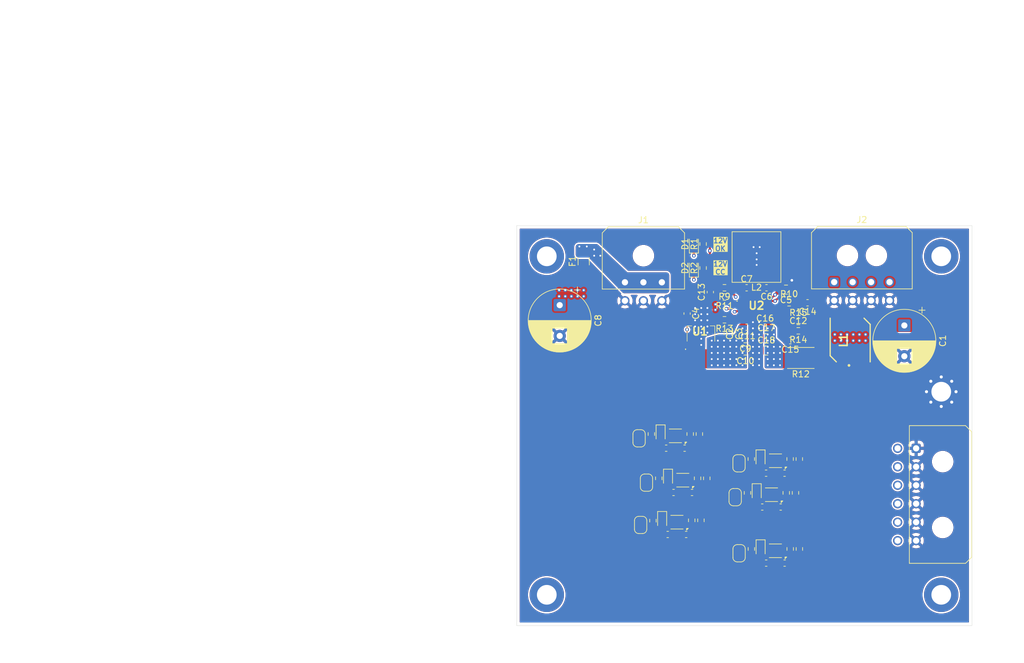
<source format=kicad_pcb>
(kicad_pcb (version 20241229) (generator "pcbnew") (generator_version "9.0")
  (layers (0 "F.Cu" signal) (4 "In1.Cu" signal) (6 "In2.Cu" signal) (2 "B.Cu" signal) (13 "F.Paste" user) (15 "B.Paste" user) (5 "F.SilkS" user "F.Silkscreen") (7 "B.SilkS" user "B.Silkscreen") (1 "F.Mask" user) (3 "B.Mask" user) (25 "Edge.Cuts" user))
  (net 0 "")
  (net 1 "+12V")
  (net 2 "GND")
  (net 3 "+GLV_fused")
  (net 4 "12V_Reg")
  (net 5 "/Power/ISense+")
  (net 6 "+5VA")
  (net 7 "+GLV")
  (net 8 "/Power/PG")
  (net 9 "/Power/~{CC}")
  (net 10 "GNDA")
  (net 11 "/Analogue Power/Vout")
  (net 12 "/Analogue Power1/Vout")
  (net 13 "/Analogue Power2/Vout")
  (net 14 "/Analogue Power3/Vout")
  (net 15 "/Analogue Power4/Vout")
  (net 16 "/Analogue Power5/Vout")
  (net 17 "/Analogue Power/PG")
  (net 18 "Net-(D1-A)")
  (net 19 "Net-(D2-A)")
  (net 20 "/Analogue Power1/PG")
  (net 21 "/Analogue Power2/PG")
  (net 22 "Net-(D3-A)")
  (net 23 "Net-(D4-A)")
  (net 24 "/Analogue Power3/PG")
  (net 25 "/Analogue Power4/PG")
  (net 26 "Net-(D5-A)")
  (net 27 "/Analogue Power5/PG")
  (net 28 "Net-(D6-A)")
  (net 29 "Net-(D7-A)")
  (net 30 "Net-(D8-A)")
  (net 31 "Net-(JP2-A)")
  (net 32 "Net-(JP3-A)")
  (net 33 "Net-(JP4-A)")
  (net 34 "Net-(JP5-A)")
  (net 35 "Net-(JP6-A)")
  (net 36 "/Analogue Power/ADJ")
  (net 37 "/Analogue Power1/ADJ")
  (net 38 "/Analogue Power2/ADJ")
  (net 39 "/Analogue Power3/ADJ")
  (net 40 "/Analogue Power4/ADJ")
  (net 41 "/Analogue Power5/ADJ")
  (net 42 "Net-(U2-BOOT2)")
  (net 43 "Net-(U2-SW2)")
  (net 44 "Net-(U2-BOOT1)")
  (net 45 "Net-(U2-SW1)")
  (net 46 "Net-(U2-COMP)")
  (net 47 "Net-(U2-EN{slash}UVLO)")
  (net 48 "Net-(C14-Pad2)")
  (net 49 "Net-(JP1-A)")
  (net 50 "Net-(U2-FSW)")
  (net 51 "Net-(U2-FB)")
  (footprint "Capacitor_SMD:C_0603_1608Metric" (layer "F.Cu") (at 142.375 76.512306 180)
    (property "Reference" "C11")
    (property "Value" "10n")
  )
  (footprint "Capacitor_SMD:C_0805_2012Metric" (layer "F.Cu") (at 148.775 70.412306 180)
    (property "Reference" "C5")
    (property "Value" "10u")
  )
  (footprint "Package_DFN_QFN:DFN-6-1EP_2x2mm_P0.65mm_EP1x1.6mm" (layer "F.Cu") (at 131.05 108.2 180)
    (property "Reference" "U4" (hide yes))
    (property "Value" "NCV8730")
  )
  (footprint "Resistor_SMD:R_0603_1608Metric" (layer "F.Cu") (at 135.9 101.075 90)
    (property "Reference" "R22" (hide yes))
    (property "Value" "120k")
  )
  (footprint "LED_SMD:LED_0603_1608Metric" (layer "F.Cu") (at 144.65 112.55 -90)
    (property "Reference" "D3" (hide yes))
    (property "Value" "Green")
  )
  (footprint "Resistor_SMD:R_0603_1608Metric" (layer "F.Cu") (at 149.275 72.55)
    (property "Reference" "R10")
    (property "Value" "compP")
  )
  (footprint "LED_SMD:LED_0603_1608Metric" (layer "F.Cu") (at 129.6 101.075 -90)
    (property "Reference" "D6" (hide yes))
    (property "Value" "Green")
  )
  (footprint "MountingHole:MountingHole_3.2mm_M3_Pad_Via" (layer "F.Cu") (at 174 87)
    (property "Reference" "H3" (hide yes))
    (property "Value" "MountingHole_Pad")
  )
  (footprint "Capacitor_SMD:C_0603_1608Metric" (layer "F.Cu") (at 145.55 114.85 180)
    (property "Reference" "C19" (hide yes))
    (property "Value" "0.1u")
  )
  (footprint "Capacitor_SMD:C_0805_2012Metric" (layer "F.Cu") (at 145.575 78.312306)
    (property "Reference" "C17")
    (property "Value" "10u")
  )
  (footprint "Capacitor_SMD:C_0603_1608Metric" (layer "F.Cu") (at 138.2 77.6 -90)
    (property "Reference" "C2")
    (property "Value" "0.1u")
  )
  (footprint "Inductor_SMD:L_Coilcraft_XAL7070-XXX" (layer "F.Cu") (at 143.975 65.112306 180)
    (property "Reference" "L2")
    (property "Value" "4.7u")
  )
  (footprint "Capacitor_THT:CP_Radial_D10.0mm_P5.00mm" (layer "F.Cu") (at 112 72.932323 -90)
    (property "Reference" "C8")
    (property "Value" "470u")
  )
  (footprint "Package_DFN_QFN:DFN-6-1EP_2x2mm_P0.65mm_EP1x1.6mm" (layer "F.Cu") (at 130.8 94.175 180)
    (property "Reference" "U8" (hide yes))
    (property "Value" "NCV8730")
  )
  (footprint "Resistor_SMD:R_0603_1608Metric" (layer "F.Cu") (at 127.15 107.95 90)
    (property "Reference" "R4" (hide yes))
    (property "Value" "10k")
  )
  (footprint "Connector_Molex:Molex_Micro-Fit_3.0_43045-0600_2x03_P3.00mm_Horizontal" (layer "F.Cu") (at 122.6 69.22)
    (property "Reference" "J1")
    (property "Value" "Conn_01x06")
  )
  (footprint "Resistor_SMD:R_0603_1608Metric" (layer "F.Cu") (at 138.775 70.112306 180)
    (property "Reference" "R9")
    (property "Value" "120k")
  )
  (footprint "Capacitor_SMD:C_0603_1608Metric" (layer "F.Cu") (at 132.3 96.175)
    (property "Reference" "C30" (hide yes))
    (property "Value" "1u")
  )
  (footprint "Capacitor_SMD:C_0603_1608Metric" (layer "F.Cu") (at 129.55 110.2 180)
    (property "Reference" "C21" (hide yes))
    (property "Value" "0.1u")
  )
  (footprint "Resistor_SMD:R_0603_1608Metric" (layer "F.Cu") (at 150.313207 103.4375 90)
    (property "Reference" "R20" (hide yes))
    (property "Value" "120k")
  )
  (footprint "Package_DFN_QFN:DFN-6-1EP_2x2mm_P0.65mm_EP1x1.6mm" (layer "F.Cu") (at 147.0625 98.2225 180)
    (property "Reference" "U7" (hide yes))
    (property "Value" "NCV8730")
  )
  (footprint "Jumper:SolderJumper-2_P1.3mm_Bridged2Bar_RoundedPad1.0x1.5mm" (layer "F.Cu") (at 124.9 94.575 -90)
    (property "Reference" "JP6" (hide yes))
    (property "Value" "SolderJumper_2_Bridged")
  )
  (footprint "Capacitor_SMD:C_0603_1608Metric" (layer "F.Cu") (at 148.55 114.85)
    (property "Reference" "C20" (hide yes))
    (property "Value" "1u")
  )
  (footprint "Capacitor_SMD:C_0603_1608Metric" (layer "F.Cu") (at 144.913207 105.7375 180)
    (property "Reference" "C23" (hide yes))
    (property "Value" "0.1u")
  )
  (footprint "Fuse:Fuse_1206_3216Metric" (layer "F.Cu") (at 115.9 65.8 90)
    (property "Reference" "F1")
    (property "Value" "3A")
  )
  (footprint "Resistor_SMD:R_0603_1608Metric" (layer "F.Cu") (at 133.2 93.875 90)
    (property "Reference" "R27" (hide yes))
    (property "Value" "120k")
  )
  (footprint "Capacitor_SMD:C_0603_1608Metric" (layer "F.Cu") (at 130.5 103.375 180)
    (property "Reference" "C25" (hide yes))
    (property "Value" "0.1u")
  )
  (footprint "Capacitor_SMD:C_0603_1608Metric" (layer "F.Cu") (at 129.3 96.175 180)
    (property "Reference" "C29" (hide yes))
    (property "Value" "0.1u")
  )
  (footprint "Capacitor_SMD:C_0603_1608Metric" (layer "F.Cu") (at 132.55 110.2)
    (property "Reference" "C22" (hide yes))
    (property "Value" "1u")
  )
  (footprint "Jumper:SolderJumper-2_P1.3mm_Bridged2Bar_RoundedPad1.0x1.5mm" (layer "F.Cu") (at 125.15 108.65 -90)
    (property "Reference" "JP2" (hide yes))
    (property "Value" "SolderJumper_2_Bridged")
  )
  (footprint "MountingHole:MountingHole_3.2mm_M3_DIN965_Pad_TopBottom" (layer "F.Cu") (at 109.9 120)
    (property "Reference" "H4" (hide yes))
    (property "Value" "MountingHole")
  )
  (footprint "LED_SMD:LED_0603_1608Metric" (layer "F.Cu") (at 133.8 63 90)
    (property "Reference" "D1")
    (property "Value" "Red")
  )
  (footprint "SamacSys:SPM6530" (layer "F.Cu") (at 159.2 78.6 90)
    (property "Reference" "L1")
    (property "Value" "6.8u" (hide yes))
  )
  (footprint "Capacitor_SMD:C_0603_1608Metric" (layer "F.Cu") (at 136.475 70.812306 90)
    (property "Reference" "C13")
    (property "Value" "10n")
  )
  (footprint "Capacitor_SMD:C_0603_1608Metric" (layer "F.Cu") (at 152.275 72.55 180)
    (property "Reference" "C14")
    (property "Value" "compP")
  )
  (footprint "Resistor_SMD:R_0603_1608Metric" (layer "F.Cu") (at 150.772996 75.587372)
    (property "Reference" "R15")
    (property "Value" "900k")
  )
  (footprint "LED_SMD:LED_0603_1608Metric" (layer "F.Cu") (at 144.6375 97.9375 -90)
    (property "Reference" "D7" (hide yes))
    (property "Value" "Green")
  )
  (footprint "Capacitor_SMD:C_0603_1608Metric" (layer "F.Cu") (at 149.475 78.712306 180)
    (property "Reference" "C15")
    (property "Value" "100n")
  )
  (footprint "Resistor_SMD:R_0603_1608Metric" (layer "F.Cu") (at 150.95 112.55 90)
    (property "Reference" "R16" (hide yes))
    (property "Value" "120k")
  )
  (footprint "Resistor_SMD:R_0603_1608Metric" (layer "F.Cu") (at 135.3 63 90)
    (property "Reference" "R1")
    (property "Value" "10k")
  )
  (footprint "Jumper:SolderJumper-2_P1.3mm_Bridged2Bar_RoundedPad1.0x1.5mm" (layer "F.Cu") (at 126.1 101.775 -90)
    (property "Reference" "JP4" (hide yes))
    (property "Value" "SolderJumper_2_Bridged")
  )
  (footprint "Connector_Molex:Molex_Micro-Fit_3.0_43045-0800_2x04_P3.00mm_Horizontal" (layer "F.Cu") (at 156.6 69.185)
    (property "Reference" "J2")
    (property "Value" "Conn_01x08")
  )
  (footprint "MountingHole:MountingHole_3.2mm_M3_DIN965_Pad_TopBottom" (layer "F.Cu") (at 109.9 65)
    (property "Reference" "H1" (hide yes))
    (property "Value" "MountingHole")
  )
  (footprint "Resistor_SMD:R_0603_1608Metric" (layer "F.Cu") (at 128.1 101.075 90)
    (property "Reference" "R6" (hide yes))
    (property "Value" "10k")
  )
  (footprint "Capacitor_SMD:C_0805_2012Metric" (layer "F.Cu") (at 145.575 80.312306)
    (property "Reference" "C18")
    (property "Value" "10u")
  )
  (footprint "Package_DFN_QFN:DFN-6-1EP_2x2mm_P0.65mm_EP1x1.6mm" (layer "F.Cu") (at 147.05 112.85 180)
    (property "Reference" "U3" (hide yes))
    (property "Value" "NCV8730")
  )
  (footprint "Capacitor_SMD:C_0603_1608Metric" (layer "F.Cu") (at 133.5 103.375)
    (property "Reference" "C26" (hide yes))
    (property "Value" "1u")
  )
  (footprint "Resistor_SMD:R_0603_1608Metric" (layer "F.Cu") (at 133.45 107.9 90)
    (property "Reference" "R19" (hide yes))
    (property "Value" "120k")
  )
  (footprint "Resistor_SMD:R_0603_1608Metric" (layer "F.Cu") (at 149.4375 97.9375 90)
    (property "Reference" "R25" (hide yes))
    (property "Value" "120k")
  )
  (footprint "Capacitor_SMD:C_0603_1608Metric" (layer "F.Cu") (at 145.6 70.112306 180)
    (property "Reference" "C6")
    (property "Value" "0.1u")
  )
  (footprint "Capacitor_SMD:C_0603_1608Metric" (layer "F.Cu") (at 148.5375 100.2375)
    (property "Reference" "C28" (hide yes))
    (property "Value" "1u")
  )
  (footprint "Resistor_SMD:R_0603_1608Metric" (layer "F.Cu") (at 142.513207 103.4375 90)
    (property "Reference" "R5" (hide yes))
    (property "Value" "10k")
  )
  (footprint "Resistor_SMD:R_0603_1608Metric" (layer "F.Cu") (at 126.9 93.875 90)
    (property "Reference" "R8" (hide yes))
    (property "Value" "10k")
  )
  (footprint "Resistor_SMD:R_0603_1608Metric" (layer "F.Cu") (at 143.1375 97.9375 90)
    (property "Reference" "R7" (hide yes))
    (property "Value" "10k")
  )
  (footprint "Capacitor_SMD:C_0603_1608Metric" (layer "F.Cu") (at 145.375 76.512306)
    (property "Reference" "C16")
    (property "Value" "10n")
  )
  (footprint "Resistor_SMD:R_0603_1608Metric" (layer "F.Cu") (at 138.775 75.312306 180)
    (property "Reference" "R13")
    (property "Value" "9.3k")
  )
  (footprint "Resistor_SMD:R_2512_6332Metric" (layer "F.Cu") (at 151.175 81.512306 180)
    (property "Reference" "R12")
    (property "Value" "16.7m")
  )
  (footprint "MountingHole:MountingHole_3.2mm_M3_DIN965_Pad_TopBottom" (layer "F.Cu") (at 174 120)
    (property "Reference" "H5" (hide yes))
    (property "Value" "MountingHole")
  )
  (footprint "Package_DFN_QFN:DFN-6-1EP_2x2mm_P0.65mm_EP1x1.6mm" (layer "F.Cu") (at 146.413207 103.7375 180)
    (property "Reference" "U5" (hide yes))
    (property "Value" "NCV8730")
  )
  (footprint "Resistor_SMD:R_0603_1608Metric" (layer "F.Cu") (at 149.45 112.55 90)
    (property "Reference" "R17" (hide yes))
    (property "Value" "120k")
  )
  (footprint "Resistor_SMD:R_0603_1608Metric" (layer "F.Cu") (at 150.9375 97.9375 90)
    (property "Reference" "R24" (hide yes))
    (property "Value" "120k")
  )
  (footprint "Resistor_SMD:R_0603_1608Metric" (layer "F.Cu") (at 148.813207 103.4375 90)
    (property "Reference" "R21" (hide yes))
    (property "Value" "120k")
  )
  (footprint "Resistor_SMD:R_0603_1608Metric" (layer "F.Cu") (at 143.15 112.55 90)
    (property "Reference" "R3" (hide yes))
    (property "Value" "10k")
  )
  (footprint "Package_DFN_QFN:DFN-6-1EP_2x2mm_P0.65mm_EP1x1.6mm" (layer "F.Cu") (at 132 101.375 180)
    (property "Reference" "U6" (hide yes))
    (property "Value" "NCV8730")
  )
  (footprint "MountingHole:MountingHole_3.2mm_M3_DIN965_Pad_TopBottom" (layer "F.Cu") (at 174 65)
    (property "Reference" "H2" (hide yes))
    (property "Value" "MountingHole")
  )
  (footprint "Resistor_SMD:R_0603_1608Metric" (layer "F.Cu") (at 150.772996 77.112306 180)
    (property "Reference" "R14")
    (property "Value" "100k")
  )
  (footprint "Jumper:SolderJumper-2_P1.3mm_Bridged2Bar_RoundedPad1.0x1.5mm" (layer "F.Cu") (at 141.15 113.25 -90)
    (property "Reference" "JP1" (hide yes))
    (property "Value" "SolderJumper_2_Bridged")
  )
  (footprint "LED_SMD:LED_0603_1608Metric" (layer "F.Cu") (at 128.65 107.95 -90)
    (property "Reference" "D4" (hide yes))
    (property "Value" "Green")
  )
  (footprint "Capacitor_SMD:C_0603_1608Metric" (layer "F.Cu") (at 132.7 74.3 -90)
    (property "Reference" "C4")
    (property "Value" "0.47u")
  )
  (footprint "Resistor_SMD:R_0603_1608Metric" (layer "F.Cu") (at 134.95 107.9 90)
    (property "Reference" "R18" (hide yes))
    (property "Value" "120k")
  )
  (footprint "Capacitor_SMD:C_0603_1608Metric" (layer "F.Cu") (at 145.5375 100.2375 180)
    (property "Reference" "C27" (hide yes))
    (property "Value" "0.1u")
  )
  (footprint "Jumper:SolderJumper-2_P1.3mm_Bridged2Bar_RoundedPad1.0x1.5mm" (layer "F.Cu") (at 141.1375 98.6375 -90)
    (property "Reference" "JP5" (hide yes))
    (property "Value" "SolderJumper_2_Bridged")
  )
  (footprint "Capacitor_SMD:C_0603_1608Metric" (layer "F.Cu") (at 150.772996 74.05 180)
    (property "Reference" "C12")
    (property "Value" "compS")
  )
  (footprint "LED_SMD:LED_0603_1608Metric" (layer "F.Cu") (at 128.4 93.875 -90)
    (property "Reference" "D8" (hide yes))
    (property "Value" "Green")
  )
  (footprint "Capacitor_SMD:C_0805_2012Metric" (layer "F.Cu") (at 142.175 80.312306 180)
    (property "Reference" "C10")
    (property "Value" "10u")
  )
  (footprint "Capacitor_SMD:C_0603_1608Metric" (layer "F.Cu") (at 142.375 70.112306)
    (property "Reference" "C7")
    (property "Value" "0.1u")
  )
  (footprint "Resistor_SMD:R_0603_1608Metric" (layer "F.Cu") (at 134.7 93.875 90)
    (property "Reference" "R26" (hide yes))
    (property "Value" "120k")
  )
  (footprint "Jumper:SolderJumper-2_P1.3mm_Bridged2Bar_RoundedPad1.0x1.5mm" (layer "F.Cu") (at 140.513207 104.1375 -90)
    (property "Reference" "JP3" (hide yes))
    (property "Value" "SolderJumper_2_Bridged")
  )
  (footprint "LED_SMD:LED_0603_1608Metric" (layer "F.Cu") (at 144.013207 103.4375 -90)
    (property "Reference" "D5" (hide yes))
    (property "Value" "Green")
  )
  (footprint "Resistor_SMD:R_0603_1608Metric" (layer "F.Cu") (at 138.775 71.612306 180)
    (property "Reference" "R11")
    (property "Value" "18k")
  )
  (footprint "Connector_Molex:Molex_Micro-Fit_3.0_43045-1200_2x06_P3.00mm_Horizontal" (layer "F.Cu") (at 169.915 96.2 -90)
    (property "Reference" "J3" (hide yes))
    (property "Value" "Conn_01x12")
  )
  (footprint "Resistor_SMD:R_0603_1608Metric" (layer "F.Cu") (at 135.3 66.9 90)
    (property "Reference" "R2")
    (property "Value" "10k")
  )
  (footprint "Capacitor_SMD:C_0805_2012Metric" (layer "F.Cu") (at 142.175 78.312306 180)
    (property "Reference" "C9")
    (property "Value" "10u")
  )
  (footprint "SamacSys:TL431AQPKG3" (layer "F.Cu") (at 134.95 77.55)
    (property "Reference" "U1")
    (property "Value" "TLV709A50PKR" (hide yes))
  )
  (footprint "SamacSys:TPS552892QWRYQRQ1" (layer "F.Cu") (at 143.975 73.012306)
    (property "Reference" "U2")
    (property "Value" "TPS551892QWRYQRQ1" (hide yes))
  )
  (footprint "Capacitor_SMD:C_0603_1608Metric" (layer "F.Cu") (at 139.7 77.6 -90)
    (property "Reference" "C3")
    (property "Value" "1u")
  )
  (footprint "Resistor_SMD:R_0603_1608Metric" (layer "F.Cu") (at 134.4 101.075 90)
    (property "Reference" "R23" (hide yes))
    (property "Value" "120k")
  )
  (footprint "LED_SMD:LED_0603_1608Metric" (layer "F.Cu") (at 133.8 66.9 90)
    (property "Reference" "D2")
    (property "Value" "Green")
  )
  (footprint "Capacitor_THT:CP_Radial_D10.0mm_P5.00mm" (layer "F.Cu") (at 168 76.232323 -90)
    (property "Reference" "C1")
    (property "Value" "470u")
  )
  (footprint "Capacitor_SMD:C_0603_1608Metric" (layer "F.Cu") (at 147.913207 105.7375)
    (property "Reference" "C24" (hide yes))
    (property "Value" "1u")
  )
  (footprint "SUFST:NetTie_2mm_square" (layer "B.Cu") (at 149.724293 68.9 180)
    (property "Reference" "NT1" (hide yes))
    (property "Value" "NetTie_2")
  )
  (gr_rect (start 105 60) (end 179 125) (stroke (width 0.05)) (fill no) (layer "Edge.Cuts"))
  (gr_text "12V\nCC" (at 138.1 66.9 0) (layer "F.SilkS" knockout) (effects (font (size 0.8 0.8) (thickness 0.16) (bold yes))))
  (gr_text "12V\nOK" (at 138.1 63.1 0) (layer "F.SilkS" knockout) (effects (font (size 0.8 0.8) (thickness 0.16) (bold yes))))
  (segment (start 145.363207 104.5125) (end 144.138207 105.7375) (width 0.2) (layer "F.Cu") (net 1))
  (segment (start 146.0125 98.8725) (end 145.8025 98.8725) (width 0.2) (layer "F.Cu") (net 1))
  (segment (start 129.75 94.95) (end 128.525 96.175) (width 0.2) (layer "F.Cu") (net 1))
  (segment (start 136.4 63.275) (end 135.3 62.175) (width 0.2) (layer "F.Cu") (net 1))
  (segment (start 128.1 101.9) (end 128.25 101.9) (width 0.2) (layer "F.Cu") (net 1))
  (segment (start 140.513207 104.7875) (end 141.988207 104.7875) (width 0.2) (layer "F.Cu") (net 1))
  (segment (start 125.4 109.05) (end 126.875 109.05) (width 0.2) (layer "F.Cu") (net 1))
  (segment (start 126.625 94.975) (end 126.9 94.7) (width 0.2) (layer "F.Cu") (net 1))
  (segment (start 145.363207 104.3875) (end 145.363207 104.5125) (width 0.2) (layer "F.Cu") (net 1))
  (segment (start 127.825 102.175) (end 128.1 101.9) (width 0.2) (layer "F.Cu") (net 1))
  (segment (start 136.4 64.975) (end 136.4 64.1) (width 0.2) (layer "F.Cu") (net 1))
  (segment (start 146 113.5) (end 146 113.625) (width 0.2) (layer "F.Cu") (net 1))
  (segment (start 130.95 102.15) (end 129.725 103.375) (width 0.2) (layer "F.Cu") (net 1))
  (segment (start 128.525 96.175) (end 128.375 96.175) (width 0.2) (layer "F.Cu") (net 1))
  (segment (start 126.1 102.425) (end 126.35 102.175) (width 0.2) (layer "F.Cu") (net 1))
  (segment (start 124.9 95.225) (end 125.15 94.975) (width 0.2) (layer "F.Cu") (net 1))
  (segment (start 143.988207 105.7375) (end 142.513207 104.2625) (width 0.2) (layer "F.Cu") (net 1))
  (segment (start 130 108.85) (end 130 108.975) (width 0.2) (layer "F.Cu") (net 1))
  (segment (start 128.375 96.175) (end 126.9 94.7) (width 0.2) (layer "F.Cu") (net 1))
  (segment (start 142.8625 99.0375) (end 141.3875 99.0375) (width 0.2) (layer "F.Cu") (net 1))
  (segment (start 144.7625 99.9125) (end 144.7625 100.2375) (width 0.2) (layer "F.Cu") (net 1))
  (segment (start 130.95 102.025) (end 130.95 102.15) (width 0.2) (layer "F.Cu") (net 1))
  (segment (start 128.25 101.9) (end 129.725 103.375) (width 0.2) (layer "F.Cu") (net 1))
  (segment (start 136.4 64.1) (end 136.4 63.275) (width 0.2) (layer "F.Cu") (net 1))
  (segment (start 142.875 113.65) (end 141.4 113.65) (width 0.2) (layer "F.Cu") (net 1))
  (segment (start 135.3 66.075) (end 136.4 64.975) (width 0.2) (layer "F.Cu") (net 1))
  (segment (start 143.3 113.375) (end 144.775 114.85) (width 0.2) (layer "F.Cu") (net 1))
  (segment (start 144.6125 100.2375) (end 143.1375 98.7625) (width 0.2) (layer "F.Cu") (net 1))
  (segment (start 129.75 94.825) (end 129.75 94.95) (width 0.2) (layer "F.Cu") (net 1))
  (segment (start 130 108.975) (end 128.775 110.2) (width 0.2) (layer "F.Cu") (net 1))
  (segment (start 144.138207 105.7375) (end 143.988207 105.7375) (width 0.2) (layer "F.Cu") (net 1))
  (segment (start 141.3875 99.0375) (end 141.1375 99.2875) (width 0.2) (layer "F.Cu") (net 1))
  (segment (start 144.7625 100.2375) (end 144.6125 100.2375) (width 0.2) (layer "F.Cu") (net 1))
  (segment (start 128.575 110.2) (end 127.15 108.775) (width 0.2) (layer "F.Cu") (net 1))
  (segment (start 125.15 109.3) (end 125.4 109.05) (width 0.2) (layer "F.Cu") (net 1))
  (segment (start 143.15 113.375) (end 143.3 113.375) (width 0.2) (layer "F.Cu") (net 1))
  (segment (start 126.35 102.175) (end 127.825 102.175) (width 0.2) (layer "F.Cu") (net 1))
  (segment (start 128.775 110.2) (end 128.575 110.2) (width 0.2) (layer "F.Cu") (net 1))
  (segment (start 126.875 109.05) (end 127.15 108.775) (width 0.2) (layer "F.Cu") (net 1))
  (segment (start 141.4 113.65) (end 141.15 113.9) (width 0.2) (layer "F.Cu") (net 1))
  (segment (start 125.15 94.975) (end 126.625 94.975) (width 0.2) (layer "F.Cu") (net 1))
  (segment (start 145.8025 98.8725) (end 144.7625 99.9125) (width 0.2) (layer "F.Cu") (net 1))
  (segment (start 141.988207 104.7875) (end 142.513207 104.2625) (width 0.2) (layer "F.Cu") (net 1))
  (segment (start 146 113.625) (end 144.775 114.85) (width 0.2) (layer "F.Cu") (net 1))
  (segment (start 143.15 113.375) (end 142.875 113.65) (width 0.2) (layer "F.Cu") (net 1))
  (segment (start 143.1375 98.7625) (end 142.8625 99.0375) (width 0.2) (layer "F.Cu") (net 1))
  (via (at 160.7 78.7) (size 0.6) (drill 0.3) (layers "F.Cu" "B.Cu") (net 1))
  (via (at 160.7 77.7) (size 0.6) (drill 0.3) (layers "F.Cu" "B.Cu") (net 1))
  (via (at 161.7 77.7) (size 0.6) (drill 0.3) (layers "F.Cu" "B.Cu") (net 1))
  (via (at 136.4 64.1) (size 0.6) (drill 0.3) (layers "F.Cu" "B.Cu") (net 1))
  (via (at 156.7 78.7) (size 0.6) (drill 0.3) (layers "F.Cu" "B.Cu") (net 1))
  (via (at 158.7 77.7) (size 0.6) (drill 0.3) (layers "F.Cu" "B.Cu") (net 1))
  (via (at 157.7 77.7) (size 0.6) (drill 0.3) (layers "F.Cu" "B.Cu") (net 1))
  (via (at 159.7 78.7) (size 0.6) (drill 0.3) (layers "F.Cu" "B.Cu") (net 1))
  (via (at 161.7 78.7) (size 0.6) (drill 0.3) (layers "F.Cu" "B.Cu") (net 1))
  (via (at 159.7 77.7) (size 0.6) (drill 0.3) (layers "F.Cu" "B.Cu") (net 1))
  (via (at 158.7 78.7) (size 0.6) (drill 0.3) (layers "F.Cu" "B.Cu") (net 1))
  (via (at 157.7 78.7) (size 0.6) (drill 0.3) (layers "F.Cu" "B.Cu") (net 1))
  (via (at 156.7 77.7) (size 0.6) (drill 0.3) (layers "F.Cu" "B.Cu") (net 1))
  (via (at 136 76.4) (size 0.6) (drill 0.3) (layers "F.Cu" "B.Cu") (net 2))
  (via (at 143.4 77.7) (size 0.6) (drill 0.3) (layers "F.Cu" "B.Cu") (net 2))
  (via (at 134 75.4) (size 0.6) (drill 0.3) (layers "F.Cu" "B.Cu") (net 2))
  (via (at 135 73.4) (size 0.6) (drill 0.3) (layers "F.Cu" "B.Cu") (net 2))
  (via (at 143.4 79.7) (size 0.6) (drill 0.3) (layers "F.Cu" "B.Cu") (net 2))
  (via (at 143.4 76.7) (size 0.6) (drill 0.3) (layers "F.Cu" "B.Cu") (net 2))
  (via (at 144.4 78.7) (size 0.6) (drill 0.3) (layers "F.Cu" "B.Cu") (net 2))
  (via (at 135 74.4) (size 0.6) (drill 0.3) (layers "F.Cu" "B.Cu") (net 2))
  (via (at 143.4 81.7) (size 0.6) (drill 0.3) (layers "F.Cu" "B.Cu") (net 2))
  (via (at 144.4 80.7) (size 0.6) (drill 0.3) (layers "F.Cu" "B.Cu") (net 2))
  (via (at 143.4 82.7) (size 0.6) (drill 0.3) (layers "F.Cu" "B.Cu") (net 2))
  (via (at 136 74.4) (size 0.6) (drill 0.3) (layers "F.Cu" "B.Cu") (net 2))
  (via (at 135 78.4) (size 0.6) (drill 0.3) (layers "F.Cu" "B.Cu") (net 2))
  (via (at 144 66.4) (size 0.6) (drill 0.3) (layers "F.Cu" "B.Cu") (net 2))
  (via (at 143.4 75.7) (size 0.6) (drill 0.3) (layers "F.Cu" "B.Cu") (net 2))
  (via (at 144.4 82.7) (size 0.6) (drill 0.3) (layers "F.Cu" "B.Cu") (net 2))
  (via (at 144.4 79.7) (size 0.6) (drill 0.3) (layers "F.Cu" "B.Cu") (net 2))
  (via (at 136 77.4) (size 0.6) (drill 0.3) (layers "F.Cu" "B.Cu") (net 2))
  (via (at 144 64.5) (size 0.6) (drill 0.3) (layers "F.Cu" "B.Cu") (net 2))
  (via (at 134 74.4) (size 0.6) (drill 0.3) (layers "F.Cu" "B.Cu") (net 2))
  (via (at 134 73.4) (size 0.6) (drill 0.3) (layers "F.Cu" "B.Cu") (net 2))
  (via (at 136 73.4) (size 0.6) (drill 0.3) (layers "F.Cu" "B.Cu") (net 2))
  (via (at 135 76.4) (size 0.6) (drill 0.3) (layers "F.Cu" "B.Cu") (net 2))
  (via (at 135 79.4) (size 0.6) (drill 0.3) (layers "F.Cu" "B.Cu") (net 2))
  (via (at 134 77.4) (size 0.6) (drill 0.3) (layers "F.Cu" "B.Cu") (net 2))
  (via (at 144.4 81.7) (size 0.6) (drill 0.3) (layers "F.Cu" "B.Cu") (net 2))
  (via (at 134 76.4) (size 0.6) (drill 0.3) (layers "F.Cu" "B.Cu") (net 2))
  (via (at 135 75.4) (size 0.6) (drill 0.3) (layers "F.Cu" "B.Cu") (net 2))
  (via (at 144.4 76.7) (size 0.6) (drill 0.3) (layers "F.Cu" "B.Cu") (net 2))
  (via (at 135 77.4) (size 0.6) (drill 0.3) (layers "F.Cu" "B.Cu") (net 2))
  (via (at 144 65.5) (size 0.6) (drill 0.3) (layers "F.Cu" "B.Cu") (net 2))
  (via (at 144.4 77.7) (size 0.6) (drill 0.3) (layers "F.Cu" "B.Cu") (net 2))
  (via (at 143.4 80.7) (size 0.6) (drill 0.3) (layers "F.Cu" "B.Cu") (net 2))
  (via (at 136 75.4) (size 0.6) (drill 0.3) (layers "F.Cu" "B.Cu") (net 2))
  (via (at 144.5 63.5) (size 0.6) (drill 0.3) (layers "F.Cu" "B.Cu") (net 2))
  (via (at 143.4 78.7) (size 0.6) (drill 0.3) (layers "F.Cu" "B.Cu") (net 2))
  (via (at 144.4 75.7) (size 0.6) (drill 0.3) (layers "F.Cu" "B.Cu") (net 2))
  (via (at 143.5 63.5) (size 0.6) (drill 0.3) (layers "F.Cu" "B.Cu") (net 2))
  (segment (start 140.301 71.301) (end 140.6 71.6) (width 0.2) (layer "F.Cu") (net 3))
  (segment (start 140.301 70.813306) (end 140.301 71.301) (width 0.2) (layer "F.Cu") (net 3))
  (segment (start 139.6 70.112306) (end 140.301 70.813306) (width 0.2) (layer "F.Cu") (net 3))
  (segment (start 141.6 76.512306) (end 142.895 75.217306) (width 0.2) (layer "F.Cu") (net 3))
  (segment (start 142.895 75.217306) (end 142.895 73.012306) (width 0.2) (layer "F.Cu") (net 3))
  (via (at 113.9 71.5) (size 0.6) (drill 0.3) (layers "F.Cu" "B.Cu") (net 3))
  (via (at 137.7 81.7) (size 0.6) (drill 0.3) (layers "F.Cu" "B.Cu") (net 3))
  (via (at 139.7 80.7) (size 0.6) (drill 0.3) (layers "F.Cu" "B.Cu") (net 3))
  (via (at 137.7 82.7) (size 0.6) (drill 0.3) (layers "F.Cu" "B.Cu") (net 3))
  (via (at 138.7 81.7) (size 0.6) (drill 0.3) (layers "F.Cu" "B.Cu") (net 3))
  (via (at 140.7 78.7) (size 0.6) (drill 0.3) (layers "F.Cu" "B.Cu") (net 3))
  (via (at 139.7 79.7) (size 0.6) (drill 0.3) (layers "F.Cu" "B.Cu") (net 3))
  (via (at 136.7 82.7) (size 0.6) (drill 0.3) (layers "F.Cu" "B.Cu") (net 3))
  (via (at 137.7 78.7) (size 0.6) (drill 0.3) (layers "F.Cu" "B.Cu") (net 3))
  (via (at 136.7 80.7) (size 0.6) (drill 0.3) (layers "F.Cu" "B.Cu") (net 3))
  (via (at 138.7 82.7) (size 0.6) (drill 0.3) (layers "F.Cu" "B.Cu") (net 3))
  (via (at 141.7 77.7) (size 0.6) (drill 0.3) (layers "F.Cu" "B.Cu") (net 3))
  (via (at 136.7 79.7) (size 0.6) (drill 0.3) (layers "F.Cu" "B.Cu") (net 3))
  (via (at 139.7 78.7) (size 0.6) (drill 0.3) (layers "F.Cu" "B.Cu") (net 3))
  (via (at 140.7 81.7) (size 0.6) (drill 0.3) (layers "F.Cu" "B.Cu") (net 3))
  (via (at 115.9 71.5) (size 0.6) (drill 0.3) (layers "F.Cu" "B.Cu") (net 3))
  (via (at 114.9 70.5) (size 0.6) (drill 0.3) (layers "F.Cu" "B.Cu") (net 3))
  (via (at 138.7 79.7) (size 0.6) (drill 0.3) (layers "F.Cu" "B.Cu") (net 3))
  (via (at 141.7 81.7) (size 0.6) (drill 0.3) (layers "F.Cu" "B.Cu") (net 3))
  (via (at 140.7 80.7) (size 0.6) (drill 0.3) (layers "F.Cu" "B.Cu") (net 3))
  (via (at 138.7 80.7) (size 0.6) (drill 0.3) (layers "F.Cu" "B.Cu") (net 3))
  (via (at 138.7 78.7) (size 0.6) (drill 0.3) (layers "F.Cu" "B.Cu") (net 3))
  (via (at 111.9 70.5) (size 0.6) (drill 0.3) (layers "F.Cu" "B.Cu") (net 3))
  (via (at 112.9 71.5) (size 0.6) (drill 0.3) (layers "F.Cu" "B.Cu") (net 3))
  (via (at 141.7 79.7) (size 0.6) (drill 0.3) (layers "F.Cu" "B.Cu") (net 3))
  (via (at 140.6 71.6) (size 0.6) (drill 0.3) (layers "F.Cu" "B.Cu") (net 3))
  (via (at 115.9 70.5) (size 0.6) (drill 0.3) (layers "F.Cu" "B.Cu") (net 3))
  (via (at 137.7 80.7) (size 0.6) (drill 0.3) (layers "F.Cu" "B.Cu") (net 3))
  (via (at 139.7 82.7) (size 0.6) (drill 0.3) (layers "F.Cu" "B.Cu") (net 3))
  (via (at 114.9 71.5) (size 0.6) (drill 0.3) (layers "F.Cu" "B.Cu") (net 3))
  (via (at 113.9 70.5) (size 0.6) (drill 0.3) (layers "F.Cu" "B.Cu") (net 3))
  (via (at 140.7 82.7) (size 0.6) (drill 0.3) (layers "F.Cu" "B.Cu") (net 3))
  (via (at 137.7 79.7) (size 0.6) (drill 0.3) (layers "F.Cu" "B.Cu") (net 3))
  (via (at 141.7 78.7) (size 0.6) (drill 0.3) (layers "F.Cu" "B.Cu") (net 3))
  (via (at 111.9 71.5) (size 0.6) (drill 0.3) (layers "F.Cu" "B.Cu") (net 3))
  (via (at 112.9 70.5) (size 0.6) (drill 0.3) (layers "F.Cu" "B.Cu") (net 3))
  (via (at 139.7 81.7) (size 0.6) (drill 0.3) (layers "F.Cu" "B.Cu") (net 3))
  (via (at 141.7 80.7) (size 0.6) (drill 0.3) (layers "F.Cu" "B.Cu") (net 3))
  (via (at 136.7 78.7) (size 0.6) (drill 0.3) (layers "F.Cu" "B.Cu") (net 3))
  (via (at 136.7 81.7) (size 0.6) (drill 0.3) (layers "F.Cu" "B.Cu") (net 3))
  (via (at 141.7 76.7) (size 0.6) (drill 0.3) (layers "F.Cu" "B.Cu") (net 3))
  (via (at 140.7 79.7) (size 0.6) (drill 0.3) (layers "F.Cu" "B.Cu") (net 3))
  (via (at 141.7 82.7) (size 0.6) (drill 0.3) (layers "F.Cu" "B.Cu") (net 3))
  (segment (start 151.597996 77.112306) (end 152.975 77.112306) (width 0.2) (layer "F.Cu") (net 4))
  (segment (start 146.015 74.652306) (end 146.175 74.812306) (width 0.2) (layer "F.Cu") (net 4))
  (segment (start 152.075 81.512306) (end 154.1375 81.512306) (width 0.2) (layer "F.Cu") (net 4))
  (segment (start 146.675 74.812306) (end 148.175 76.312306) (width 0.2) (layer "F.Cu") (net 4))
  (segment (start 151.475 79.937306) (end 151.475 80.912306) (width 0.2) (layer "F.Cu") (net 4))
  (segment (start 151.475 80.912306) (end 152.075 81.512306) (width 0.2) (layer "F.Cu") (net 4))
  (segment (start 149.375 78.112306) (end 149.65 78.112306) (width 0.2) (layer "F.Cu") (net 4))
  (segment (start 146.175 74.812306) (end 146.675 74.812306) (width 0.2) (layer "F.Cu") (net 4))
  (segment (start 146.015 74.387306) (end 146.015 74.652306) (width 0.2) (layer "F.Cu") (net 4))
  (segment (start 154.1375 78.274806) (end 154.1375 81.512306) (width 0.2) (layer "F.Cu") (net 4))
  (segment (start 149.65 78.112306) (end 151.475 79.937306) (width 0.2) (layer "F.Cu") (net 4))
  (segment (start 148.175 76.312306) (end 148.175 76.912306) (width 0.2) (layer "F.Cu") (net 4))
  (segment (start 152.975 77.112306) (end 154.1375 78.274806) (width 0.2) (layer "F.Cu") (net 4))
  (segment (start 148.175 76.912306) (end 149.375 78.112306) (width 0.2) (layer "F.Cu") (net 4))
  (segment (start 149.975 81.012306) (end 149.975 79.812306) (width 0.2) (layer "F.Cu") (net 5))
  (segment (start 146.15 75.987306) (end 145.055 74.892306) (width 0.2) (layer "F.Cu") (net 5))
  (segment (start 146.875 81.512306) (end 148.2125 81.512306) (width 0.2) (layer "F.Cu") (net 5))
  (segment (start 147.675 76.412306) (end 146.475 75.212306) (width 0.2) (layer "F.Cu") (net 5))
  (segment (start 146.525 78.312306) (end 146.525 76.887306) (width 0.2) (layer "F.Cu") (net 5))
  (segment (start 145.915 75.212306) (end 145.515 74.812306) (width 0.2) (layer "F.Cu") (net 5))
  (segment (start 148.875 78.712306) (end 148.7 78.712306) (width 0.2) (layer "F.Cu") (net 5))
  (segment (start 146.475 75.212306) (end 145.915 75.212306) (width 0.2) (layer "F.Cu") (net 5))
  (segment (start 146.15 76.512306) (end 146.15 75.987306) (width 0.2) (layer "F.Cu") (net 5))
  (segment (start 145.515 74.812306) (end 145.515 74.412306) (width 0.2) (layer "F.Cu") (net 5))
  (segment (start 148.2125 81.512306) (end 149.475 81.512306) (width 0.2) (layer "F.Cu") (net 5))
  (segment (start 149.975 79.812306) (end 148.875 78.712306) (width 0.2) (layer "F.Cu") (net 5))
  (segment (start 147.675 77.687306) (end 147.675 76.412306) (width 0.2) (layer "F.Cu") (net 5))
  (segment (start 146.525 78.312306) (end 146.525 80.312306) (width 0.2) (layer "F.Cu") (net 5))
  (segment (start 149.475 81.512306) (end 149.975 81.012306) (width 0.2) (layer "F.Cu") (net 5))
  (segment (start 146.525 80.312306) (end 146.525 81.162306) (width 0.2) (layer "F.Cu") (net 5))
  (segment (start 148.7 78.712306) (end 147.675 77.687306) (width 0.2) (layer "F.Cu") (net 5))
  (segment (start 146.525 81.162306) (end 146.875 81.512306) (width 0.2) (layer "F.Cu") (net 5))
  (segment (start 145.055 74.892306) (end 145.055 73.012306) (width 0.2) (layer "F.Cu") (net 5))
  (segment (start 146.525 76.887306) (end 146.15 76.512306) (width 0.2) (layer "F.Cu") (net 5))
  (via (at 145.8 82.7) (size 0.6) (drill 0.3) (layers "F.Cu" "B.Cu") (net 5))
  (via (at 145.8 76.7) (size 0.6) (drill 0.3) (layers "F.Cu" "B.Cu") (net 5))
  (via (at 147.8 82.7) (size 0.6) (drill 0.3) (layers "F.Cu" "B.Cu") (net 5))
  (via (at 146.8 80.7) (size 0.6) (drill 0.3) (layers "F.Cu" "B.Cu") (net 5))
  (via (at 146.8 76.7) (size 0.6) (drill 0.3) (layers "F.Cu" "B.Cu") (net 5))
  (via (at 145.8 80.7) (size 0.6) (drill 0.3) (layers "F.Cu" "B.Cu") (net 5))
  (via (at 145.8 79.7) (size 0.6) (drill 0.3) (layers "F.Cu" "B.Cu") (net 5))
  (via (at 146.8 81.7) (size 0.6) (drill 0.3) (layers "F.Cu" "B.Cu") (net 5))
  (via (at 147.8 79.7) (size 0.6) (drill 0.3) (layers "F.Cu" "B.Cu") (net 5))
  (via (at 147.8 81.7) (size 0.6) (drill 0.3) (layers "F.Cu" "B.Cu") (net 5))
  (via (at 145.8 78.7) (size 0.6) (drill 0.3) (layers "F.Cu" "B.Cu") (net 5))
  (via (at 145.8 77.7) (size 0.6) (drill 0.3) (layers "F.Cu" "B.Cu") (net 5))
  (via (at 146.8 78.7) (size 0.6) (drill 0.3) (layers "F.Cu" "B.Cu") (net 5))
  (via (at 147.8 80.7) (size 0.6) (drill 0.3) (layers "F.Cu" "B.Cu") (net 5))
  (via (at 146.8 77.7) (size 0.6) (drill 0.3) (layers "F.Cu" "B.Cu") (net 5))
  (via (at 145.8 81.7) (size 0.6) (drill 0.3) (layers "F.Cu" "B.Cu") (net 5))
  (via (at 146.8 79.7) (size 0.6) (drill 0.3) (layers "F.Cu" "B.Cu") (net 5))
  (via (at 146.8 82.7) (size 0.6) (drill 0.3) (layers "F.Cu" "B.Cu") (net 5))
  (segment (start 146.6 71.637306) (end 146.015 71.637306) (width 0.2) (layer "F.Cu") (net 6))
  (segment (start 132.7 75.075) (end 132.7 78.25) (width 0.2) (layer "F.Cu") (net 6))
  (segment (start 132.7 78.25) (end 133.45 79) (width 0.2) (layer "F.Cu") (net 6))
  (segment (start 147 71.237306) (end 146.6 71.637306) (width 0.2) (layer "F.Cu") (net 6))
  (segment (start 147 71.237306) (end 147.825 70.412306) (width 0.2) (layer "F.Cu") (net 6))
  (via (at 132.7 76.9) (size 0.6) (drill 0.3) (layers "F.Cu" "B.Cu") (net 6))
  (via (at 147 71.237306) (size 0.6) (drill 0.3) (layers "F.Cu" "B.Cu") (net 6))
  (via (at 116.4 63.4) (size 0.6) (drill 0.3) (layers "F.Cu" "B.Cu") (net 7))
  (via (at 115.2 63.4) (size 0.6) (drill 0.3) (layers "F.Cu" "B.Cu") (net 7))
  (via (at 117.6 64.9) (size 0.6) (drill 0.3) (layers "F.Cu" "B.Cu") (net 7))
  (via (at 117.6 63.9) (size 0.6) (drill 0.3) (layers "F.Cu" "B.Cu") (net 7))
  (via (at 118.6 64.9) (size 0.6) (drill 0.3) (layers "F.Cu" "B.Cu") (net 7))
  (segment (start 140.325 73.262306) (end 141.575 73.262306) (width 0.2) (layer "F.Cu") (net 8))
  (segment (start 139.1 73.512306) (end 140.075 73.512306) (width 0.2) (layer "F.Cu") (net 8))
  (segment (start 133.8 68.8) (end 133.8 67.6875) (width 0.2) (layer "F.Cu") (net 8))
  (segment (start 140.075 73.512306) (end 140.325 73.262306) (width 0.2) (layer "F.Cu") (net 8))
  (via (at 133.8 68.8) (size 0.6) (drill 0.3) (layers "F.Cu" "B.Cu") (net 8))
  (via (at 139.1 73.512306) (size 0.6) (drill 0.3) (layers "F.Cu" "B.Cu") (net 8))
  (segment (start 133.8 64.9) (end 133.8 63.7875) (width 0.2) (layer "F.Cu") (net 9))
  (segment (start 140.416714 74.005492) (end 140.782814 74.005492) (width 0.2) (layer "F.Cu") (net 9))
  (segment (start 141.026 73.762306) (end 141.575 73.762306) (width 0.2) (layer "F.Cu") (net 9))
  (segment (start 140.782814 74.005492) (end 141.026 73.762306) (width 0.2) (layer "F.Cu") (net 9))
  (via (at 140.416714 74.005492) (size 0.6) (drill 0.3) (layers "F.Cu" "B.Cu") (net 9))
  (via (at 133.8 64.9) (size 0.6) (drill 0.3) (layers "F.Cu" "B.Cu") (net 9))
  (segment (start 147.661926 71.6) (end 148.5 71.6) (width 0.2) (layer "F.Cu") (net 10))
  (segment (start 153.05 72.55) (end 151.9 71.4) (width 0.2) (layer "F.Cu") (net 10))
  (segment (start 139.775 68.912306) (end 135.975 68.912306) (width 0.2) (layer "F.Cu") (net 10))
  (segment (start 140.176 74.613306) (end 139.875 74.312306) (width 0.2) (layer "F.Cu") (net 10))
  (segment (start 148.5 71.6) (end 149.687694 70.412306) (width 0.2) (layer "F.Cu") (net 10))
  (segment (start 146.99962 72.262306) (end 146.375 72.262306) (width 0.2) (layer "F.Cu") (net 10))
  (segment (start 139.875 74.312306) (end 137.95 74.312306) (width 0.2) (layer "F.Cu") (net 10))
  (segment (start 141.935 71.637306) (end 141.5 71.637306) (width 0.2) (layer "F.Cu") (net 10))
  (segment (start 135.375 71.112306) (end 135.85 71.587306) (width 0.2) (layer "F.Cu") (net 10))
  (segment (start 141.709 74.613306) (end 140.176 74.613306) (width 0.2) (layer "F.Cu") (net 10))
  (segment (start 151.9 71.4) (end 150.712694 71.4) (width 0.2) (layer "F.Cu") (net 10))
  (segment (start 151.597996 75.587372) (end 151.597996 74.1) (width 0.2) (layer "F.Cu") (net 10))
  (segment (start 135.375 69.512306) (end 135.375 71.112306) (width 0.2) (layer "F.Cu") (net 10))
  (segment (start 153.047996 72.55) (end 151.547996 74.05) (width 0.2) (layer "F.Cu") (net 10))
  (segment (start 140.775 70.912306) (end 140.775 69.912306) (width 0.2) (layer "F.Cu") (net 10))
  (segment (start 151.597996 74.1) (end 151.547996 74.05) (width 0.2) (layer "F.Cu") (net 10))
  (segment (start 141.575 72.762306) (end 137.95 72.762306) (width 0.2) (layer "F.Cu") (net 10))
  (segment (start 150.712694 71.4) (end 149.725 70.412306) (width 0.2) (layer "F.Cu") (net 10))
  (segment (start 135.975 68.912306) (end 135.375 69.512306) (width 0.2) (layer "F.Cu") (net 10))
  (segment (start 147.002466 72.25946) (end 147.661926 71.6) (width 0.2) (layer "F.Cu") (net 10))
  (segment (start 140.775 69.912306) (end 139.775 68.912306) (width 0.2) (layer "F.Cu") (net 10))
  (segment (start 141.5 71.637306) (end 140.775 70.912306) (width 0.2) (layer "F.Cu") (net 10))
  (segment (start 147.002466 72.25946) (end 146.99962 72.262306) (width 0.2) (layer "F.Cu") (net 10))
  (segment (start 149.687694 70.412306) (end 149.725 70.412306) (width 0.2) (layer "F.Cu") (net 10))
  (segment (start 153.05 72.55) (end 153.047996 72.55) (width 0.2) (layer "F.Cu") (net 10))
  (segment (start 141.935 74.387306) (end 141.709 74.613306) (width 0.2) (layer "F.Cu") (net 10))
  (segment (start 135.85 71.587306) (end 136.475 71.587306) (width 0.2) (layer "F.Cu") (net 10))
  (segment (start 137.925 71.587306) (end 137.95 71.612306) (width 0.2) (layer "F.Cu") (net 10))
  (segment (start 137.95 75.312306) (end 137.95 71.612306) (width 0.2) (layer "F.Cu") (net 10))
  (segment (start 136.475 71.587306) (end 137.925 71.587306) (width 0.2) (layer "F.Cu") (net 10))
  (via (at 137.3 72.8) (size 0.6) (drill 0.3) (layers "F.Cu" "B.Cu") (net 10))
  (via (at 147.002466 72.25946) (size 0.6) (drill 0.3) (layers "F.Cu" "B.Cu") (net 10))
  (via (at 137.3 73.7) (size 0.6) (drill 0.3) (layers "F.Cu" "B.Cu") (net 10))
  (segment (start 148.1 113.625) (end 149.325 114.85) (width 0.2) (layer "F.Cu") (net 11))
  (segment (start 150.95 113.375) (end 150.8 113.375) (width 0.2) (layer "F.Cu") (net 11))
  (segment (start 148.1 113.5) (end 148.1 113.625) (width 0.2) (layer "F.Cu") (net 11))
  (segment (start 150.8 113.375) (end 149.325 114.85) (width 0.2) (layer "F.Cu") (net 11))
  (segment (start 133.475 110.2) (end 134.95 108.725) (width 0.2) (layer "F.Cu") (net 12))
  (segment (start 132.1 108.85) (end 132.1 108.975) (width 0.2) (layer "F.Cu") (net 12))
  (segment (start 132.1 108.975) (end 133.325 110.2) (width 0.2) (layer "F.Cu") (net 12))
  (segment (start 133.325 110.2) (end 133.475 110.2) (width 0.2) (layer "F.Cu") (net 12))
  (segment (start 150.163207 104.2625) (end 148.688207 105.7375) (width 0.2) (layer "F.Cu") (net 13))
  (segment (start 147.463207 104.5125) (end 148.688207 105.7375) (width 0.2) (layer "F.Cu") (net 13))
  (segment (start 150.313207 104.2625) (end 150.163207 104.2625) (width 0.2) (layer "F.Cu") (net 13))
  (segment (start 147.463207 104.3875) (end 147.463207 104.5125) (width 0.2) (layer "F.Cu") (net 13))
  (segment (start 133.05 102.15) (end 134.275 103.375) (width 0.2) (layer "F.Cu") (net 14))
  (segment (start 133.05 102.025) (end 133.05 102.15) (width 0.2) (layer "F.Cu") (net 14))
  (segment (start 135.9 101.9) (end 135.75 101.9) (width 0.2) (layer "F.Cu") (net 14))
  (segment (start 135.75 101.9) (end 134.275 103.375) (width 0.2) (layer "F.Cu") (net 14))
  (segment (start 149.3125 100.0725) (end 148.1125 98.8725) (width 0.2) (layer "F.Cu") (net 15))
  (segment (start 150.7875 98.7625) (end 149.3125 100.2375) (width 0.2) (layer "F.Cu") (net 15))
  (segment (start 150.9375 98.7625) (end 150.7875 98.7625) (width 0.2) (layer "F.Cu") (net 15))
  (segment (start 149.3125 100.2375) (end 149.3125 100.0725) (width 0.2) (layer "F.Cu") (net 15))
  (segment (start 133.075 96.175) (end 133.075 96.05) (width 0.2) (layer "F.Cu") (net 16))
  (segment (start 134.55 94.7) (end 133.075 96.175) (width 0.2) (layer "F.Cu") (net 16))
  (segment (start 133.075 96.05) (end 131.85 94.825) (width 0.2) (layer "F.Cu") (net 16))
  (segment (start 134.7 94.7) (end 134.55 94.7) (width 0.2) (layer "F.Cu") (net 16))
  (segment (start 146 112.85) (end 145.475 112.85) (width 0.2) (layer "F.Cu") (net 17))
  (segment (start 145.475 112.85) (end 144.65 112.025) (width 0.2) (layer "F.Cu") (net 17))
  (segment (start 144.65 112.025) (end 144.65 111.7625) (width 0.2) (layer "F.Cu") (net 17))
  (segment (start 135.3 63.825) (end 135.3 63.7125) (width 0.2) (layer "F.Cu") (net 18))
  (segment (start 135.3 63.7125) (end 133.8 62.2125) (width 0.2) (layer "F.Cu") (net 18))
  (segment (start 135.3 67.6125) (end 133.8 66.1125) (width 0.2) (layer "F.Cu") (net 19))
  (segment (start 135.3 67.725) (end 135.3 67.6125) (width 0.2) (layer "F.Cu") (net 19))
  (segment (start 129.6875 108.2) (end 130 108.2) (width 0.2) (layer "F.Cu") (net 20))
  (segment (start 128.65 107.1625) (end 129.6875 108.2) (width 0.2) (layer "F.Cu") (net 20))
  (segment (start 145.363207 103.7375) (end 144.838207 103.7375) (width 0.2) (layer "F.Cu") (net 21))
  (segment (start 144.838207 103.7375) (end 144.013207 102.9125) (width 0.2) (layer "F.Cu") (net 21))
  (segment (start 144.013207 102.9125) (end 144.013207 102.65) (width 0.2) (layer "F.Cu") (net 21))
  (segment (start 143.15 111.8375) (end 144.65 113.3375) (width 0.2) (layer "F.Cu") (net 22))
  (segment (start 143.15 111.725) (end 143.15 111.8375) (width 0.2) (layer "F.Cu") (net 22))
  (segment (start 127.15 107.125) (end 127.15 107.2375) (width 0.2) (layer "F.Cu") (net 23))
  (segment (start 127.15 107.2375) (end 128.65 108.7375) (width 0.2) (layer "F.Cu") (net 23))
  (segment (start 129.6 100.2875) (end 129.6 100.477) (width 0.2) (layer "F.Cu") (net 24))
  (segment (start 130.498 101.375) (end 130.95 101.375) (width 0.2) (layer "F.Cu") (net 24))
  (segment (start 129.6 100.477) (end 130.498 101.375) (width 0.2) (layer "F.Cu") (net 24))
  (segment (start 145.71 98.2225) (end 144.6375 97.15) (width 0.2) (layer "F.Cu") (net 25))
  (segment (start 146.0125 98.2225) (end 145.71 98.2225) (width 0.2) (layer "F.Cu") (net 25))
  (segment (start 144.013207 104.225) (end 144.013207 104.1125) (width 0.2) (layer "F.Cu") (net 26))
  (segment (start 144.013207 104.1125) (end 142.513207 102.6125) (width 0.2) (layer "F.Cu") (net 26))
  (segment (start 128.4 93.277) (end 129.298 94.175) (width 0.2) (layer "F.Cu") (net 27))
  (segment (start 129.298 94.175) (end 129.75 94.175) (width 0.2) (layer "F.Cu") (net 27))
  (segment (start 128.4 93.0875) (end 128.4 93.277) (width 0.2) (layer "F.Cu") (net 27))
  (segment (start 129.6 101.75) (end 128.1 100.25) (width 0.2) (layer "F.Cu") (net 28))
  (segment (start 129.6 101.8625) (end 129.6 101.75) (width 0.2) (layer "F.Cu") (net 28))
  (segment (start 143.1375 97.1125) (end 143.1375 97.225) (width 0.2) (layer "F.Cu") (net 29))
  (segment (start 143.1375 97.225) (end 144.6375 98.725) (width 0.2) (layer "F.Cu") (net 29))
  (segment (start 126.9 93.05) (end 126.9 93.1625) (width 0.2) (layer "F.Cu") (net 30))
  (segment (start 126.9 93.1625) (end 128.4 94.6625) (width 0.2) (layer "F.Cu") (net 30))
  (segment (start 129.35 106.35) (end 126.735936 106.35) (width 0.2) (layer "F.Cu") (net 31))
  (segment (start 130 107) (end 129.35 106.35) (width 0.2) (layer "F.Cu") (net 31))
  (segment (start 130 107.55) (end 130 107) (width 0.2) (layer "F.Cu") (net 31))
  (segment (start 125.15 107.935936) (end 125.15 108) (width 0.2) (layer "F.Cu") (net 31))
  (segment (start 126.735936 106.35) (end 125.15 107.935936) (width 0.2) (layer "F.Cu") (net 31))
  (segment (start 140.513207 102.9825) (end 140.513207 103.4875) (width 0.2) (layer "F.Cu") (net 32))
  (segment (start 145.363207 103.0875) (end 145.363207 102.4875) (width 0.2) (layer "F.Cu") (net 32))
  (segment (start 144.713207 101.8375) (end 141.658207 101.8375) (width 0.2) (layer "F.Cu") (net 32))
  (segment (start 141.658207 101.8375) (end 140.513207 102.9825) (width 0.2) (layer "F.Cu") (net 32))
  (segment (start 145.363207 102.4875) (end 144.713207 101.8375) (width 0.2) (layer "F.Cu") (net 32))
  (segment (start 127.245 99.475) (end 126.1 100.62) (width 0.2) (layer "F.Cu") (net 33))
  (segment (start 130.95 100.725) (end 130.95 100.225) (width 0.2) (layer "F.Cu") (net 33))
  (segment (start 126.1 100.62) (end 126.1 101.125) (width 0.2) (layer "F.Cu") (net 33))
  (segment (start 130.2 99.475) (end 127.245 99.475) (width 0.2) (layer "F.Cu") (net 33))
  (segment (start 130.95 100.225) (end 130.2 99.475) (width 0.2) (layer "F.Cu") (net 33))
  (segment (start 142.2825 96.3375) (end 145.2375 96.3375) (width 0.2) (layer "F.Cu") (net 34))
  (segment (start 141.1375 97.9875) (end 141.1375 97.4825) (width 0.2) (layer "F.Cu") (net 34))
  (segment (start 146.0125 97.1125) (end 146.0125 97.5725) (width 0.2) (layer "F.Cu") (net 34))
  (segment (start 145.2375 96.3375) (end 146.0125 97.1125) (width 0.2) (layer "F.Cu") (net 34))
  (segment (start 141.1375 97.4825) (end 142.2825 96.3375) (width 0.2) (layer "F.Cu") (net 34))
  (segment (start 126.242968 92.275) (end 124.9 93.617968) (width 0.2) (layer "F.Cu") (net 35))
  (segment (start 129.75 93.025) (end 129 92.275) (width 0.2) (layer "F.Cu") (net 35))
  (segment (start 129.75 93.525) (end 129.75 93.025) (width 0.2) (layer "F.Cu") (net 35))
  (segment (start 124.9 93.617968) (end 124.9 93.925) (width 0.2) (layer "F.Cu") (net 35))
  (segment (start 129 92.275) (end 126.242968 92.275) (width 0.2) (layer "F.Cu") (net 35))
  (segment (start 148.925 112.85) (end 148.1 112.85) (width 0.2) (layer "F.Cu") (net 36))
  (segment (start 150.95 111.875) (end 149.45 113.375) (width 0.2) (layer "F.Cu") (net 36))
  (segment (start 149.45 113.375) (end 148.925 112.85) (width 0.2) (layer "F.Cu") (net 36))
  (segment (start 150.95 111.725) (end 150.95 111.875) (width 0.2) (layer "F.Cu") (net 36))
  (segment (start 132.925 108.2) (end 133.45 108.725) (width 0.2) (layer "F.Cu") (net 37))
  (segment (start 132.1 108.2) (end 132.925 108.2) (width 0.2) (layer "F.Cu") (net 37))
  (segment (start 134.95 107.075) (end 134.95 107.225) (width 0.2) (layer "F.Cu") (net 37))
  (segment (start 134.95 107.225) (end 133.45 108.725) (width 0.2) (layer "F.Cu") (net 37))
  (segment (start 150.313207 102.6125) (end 150.313207 102.7625) (width 0.2) (layer "F.Cu") (net 38))
  (segment (start 148.288207 103.7375) (end 148.813207 104.2625) (width 0.2) (layer "F.Cu") (net 38))
  (segment (start 147.463207 103.7375) (end 148.288207 103.7375) (width 0.2) (layer "F.Cu") (net 38))
  (segment (start 150.313207 102.7625) (end 148.813207 104.2625) (width 0.2) (layer "F.Cu") (net 38))
  (segment (start 135.9 100.25) (end 135.9 100.4) (width 0.2) (layer "F.Cu") (net 39))
  (segment (start 133.05 101.375) (end 133.875 101.375) (width 0.2) (layer "F.Cu") (net 39))
  (segment (start 135.9 100.4) (end 134.4 101.9) (width 0.2) (layer "F.Cu") (net 39))
  (segment (start 133.875 101.375) (end 134.4 101.9) (width 0.2) (layer "F.Cu") (net 39))
  (segment (start 150.9375 97.2625) (end 149.4375 98.7625) (width 0.2) (layer "F.Cu") (net 40))
  (segment (start 150.9375 97.1125) (end 150.9375 97.2625) (width 0.2) (layer "F.Cu") (net 40))
  (segment (start 148.8975 98.2225) (end 149.4375 98.7625) (width 0.2) (layer "F.Cu") (net 40))
  (segment (start 148.1125 98.2225) (end 148.8975 98.2225) (width 0.2) (layer "F.Cu") (net 40))
  (segment (start 134.7 93.2) (end 133.2 94.7) (width 0.2) (layer "F.Cu") (net 41))
  (segment (start 134.7 93.05) (end 134.7 93.2) (width 0.2) (layer "F.Cu") (net 41))
  (segment (start 133.2 94.7) (end 132.675 94.175) (width 0.2) (layer "F.Cu") (net 41))
  (segment (start 132.675 94.175) (end 131.85 94.175) (width 0.2) (layer "F.Cu") (net 41))
  (segment (start 145.515 71.185) (end 146.375 70.325) (width 0.2) (layer "F.Cu") (net 42))
  (segment (start 145.515 71.612306) (end 145.515 71.185) (width 0.2) (layer "F.Cu") (net 42))
  (segment (start 146.375 70.325) (end 146.375 70.112306) (width 0.2) (layer "F.Cu") (net 42))
  (segment (start 142.435 71.235) (end 141.6 70.4) (width 0.2) (layer "F.Cu") (net 44))
  (segment (start 142.435 71.612306) (end 142.435 71.235) (width 0.2) (layer "F.Cu") (net 44))
  (segment (start 141.6 70.4) (end 141.6 70.112306) (width 0.2) (layer "F.Cu") (net 44))
  (segment (start 149.95 74.05) (end 148.45 72.55) (width 0.2) (layer "F.Cu") (net 46))
  (segment (start 147.737694 73.262306) (end 146.375 73.262306) (width 0.2) (layer "F.Cu") (net 46))
  (segment (start 148.45 72.55) (end 147.737694 73.262306) (width 0.2) (layer "F.Cu") (net 46))
  (segment (start 149.997996 74.05) (end 149.95 74.05) (width 0.2) (layer "F.Cu") (net 46))
  (segment (start 137.875 70.037306) (end 137.95 70.112306) (width 0.2) (layer "F.Cu") (net 47))
  (segment (start 141.575 72.262306) (end 140.25 72.262306) (width 0.2) (layer "F.Cu") (net 47))
  (segment (start 140.25 72.262306) (end 139.6 71.612306) (width 0.2) (layer "F.Cu") (net 47))
  (segment (start 137.95 70.112306) (end 138.1 70.112306) (width 0.2) (layer "F.Cu") (net 47))
  (segment (start 136.475 70.037306) (end 137.875 70.037306) (width 0.2) (layer "F.Cu") (net 47))
  (segment (start 138.1 70.112306) (end 139.6 71.612306) (width 0.2) (layer "F.Cu") (net 47))
  (segment (start 150.1 72.55) (end 151.5 72.55) (width 0.2) (layer "F.Cu") (net 48))
  (segment (start 146 111.6) (end 145.35 110.95) (width 0.2) (layer "F.Cu") (net 49))
  (segment (start 146 112.2) (end 146 111.6) (width 0.2) (layer "F.Cu") (net 49))
  (segment (start 142.295 110.95) (end 141.15 112.095) (width 0.2) (layer "F.Cu") (net 49))
  (segment (start 145.35 110.95) (end 142.295 110.95) (width 0.2) (layer "F.Cu") (net 49))
  (segment (start 141.15 112.095) (end 141.15 112.6) (width 0.2) (layer "F.Cu") (net 49))
  (segment (start 141.237694 75.312306) (end 139.6 75.312306) (width 0.2) (layer "F.Cu") (net 50))
  (segment (start 141.45 75.1) (end 141.237694 75.312306) (width 0.2) (layer "F.Cu") (net 50))
  (segment (start 142.435 74.412306) (end 142.435 74.852306) (width 0.2) (layer "F.Cu") (net 50))
  (segment (start 142.435 74.852306) (end 142.187306 75.1) (width 0.2) (layer "F.Cu") (net 50))
  (segment (start 142.187306 75.1) (end 141.45 75.1) (width 0.2) (layer "F.Cu") (net 50))
  (segment (start 148.297996 73.762306) (end 149.947996 75.412306) (width 0.2) (layer "F.Cu") (net 51))
  (segment (start 146.375 73.762306) (end 148.297996 73.762306) (width 0.2) (layer "F.Cu") (net 51))
  (segment (start 149.947996 75.412306) (end 149.947996 75.587372) (width 0.2) (layer "F.Cu") (net 51))
  (segment (start 149.947996 75.587372) (end 149.947996 77.112306) (width 0.2) (layer "F.Cu") (net 51))
  (zone (net 45) (net_name "Net-(U2-SW1)") (layer "F.Cu") (name "Input GLV") (priority 4) (connect_pads yes (clearance 0.25)) (min_thickness 0.127) (fill yes (thermal_gap 0.5) (thermal_bridge_width 0.5) (smoothing fillet) (radius 0.5))
    (polygon (pts (xy 143.6 74.8) (xy 143.6 68.7) (xy 142.7 61.8) (xy 140.6 61.8) (xy 140.6 68.4) (xy 142.375 69.7) (xy 142.6 70.6) (xy 143.3 71.3) (xy 143.3 74.8)))
  )
  (zone (net 4) (net_name "12V_Reg") (layer "F.Cu") (name "Input GLV") (priority 10) (connect_pads yes (clearance 0.25)) (min_thickness 0.127) (fill yes (thermal_gap 0.5) (thermal_bridge_width 0.5) (smoothing fillet) (radius 0.5))
    (polygon (pts (xy 153.4 83.2) (xy 153.4 79.8) (xy 162.4 79.8) (xy 162.4 83.2)))
  )
  (zone (net 1) (net_name "+12V") (layer "F.Cu") (name "Input GLV") (priority 2) (connect_pads yes (clearance 0.25)) (min_thickness 0.127) (fill yes (thermal_gap 0.5) (thermal_bridge_width 0.5) (smoothing fillet) (radius 0.5))
    (polygon (pts (xy 170.2 67.8) (xy 170.2 74.2) (xy 167.6 74.2) (xy 167.6 70.3) (xy 155.1 70.3) (xy 155.1 67.8)))
  )
  (zone (net 10) (net_name "GNDA") (layer "F.Cu") (name "Input GLV") (priority 5) (connect_pads yes (clearance 0.25)) (min_thickness 0.2) (fill yes (thermal_gap 0.5) (thermal_bridge_width 0.5))
    (polygon (pts (xy 148.7 67.9) (xy 150.8 67.9) (xy 150.8 71.5) (xy 148.7 71.5)))
  )
  (zone (net 43) (net_name "Net-(U2-SW2)") (layer "F.Cu") (name "Input GLV") (priority 4) (connect_pads yes (clearance 0.25)) (min_thickness 0.127) (fill yes (thermal_gap 0.5) (thermal_bridge_width 0.5) (smoothing fillet) (radius 0.5))
    (polygon (pts (xy 144.4 74.8) (xy 144.4 68.7) (xy 145.3 61.8) (xy 147.4 61.8) (xy 147.4 68.4) (xy 145.625 69.7) (xy 145.4 70.6) (xy 144.7 71.3) (xy 144.7 74.8)))
  )
  (zone (net 3) (net_name "+GLV_fused") (layer "F.Cu") (name "Input GLV") (priority 7) (connect_pads yes (clearance 0.25)) (min_thickness 0.2) (fill yes (thermal_gap 0.5) (thermal_bridge_width 0.5))
    (polygon (pts (xy 142.75 71.3) (xy 143.05 71.3) (xy 143.05 75.25) (xy 142.4 76.3) (xy 142.4 83.2) (xy 135.9 83.2) (xy 135.9 78.25) (xy 137.8 77.7) (xy 140.4 77.7) (xy 141.15 76.1) (xy 142.75 75.15)))
  )
  (zone (net 2) (net_name "GND") (layer "F.Cu") (name "Input GLV") (connect_pads thru_hole_only (clearance 0.25)) (min_thickness 0.2) (fill yes (thermal_gap 0.5) (thermal_bridge_width 0.5) (smoothing fillet) (radius 0.5))
    (polygon (pts (xy 102.4 55.8) (xy 184.2 56.2) (xy 186.6 130) (xy 99.1 127.8)))
  )
  (zone (net 1) (net_name "+12V") (layer "F.Cu") (name "Input GLV") (priority 2) (connect_pads yes (clearance 0.25)) (min_thickness 0.127) (fill yes (thermal_gap 0.5) (thermal_bridge_width 0.5) (smoothing fillet) (radius 0.5))
    (polygon (pts (xy 156 74.2) (xy 156 79.5) (xy 162.4 79.5) (xy 162.4 77.3) (xy 170.2 77.3) (xy 170.2 74.2)))
  )
  (zone (net 5) (net_name "/Power/ISense+") (layer "F.Cu") (name "Input GLV") (priority 6) (connect_pads yes (clearance 0.25)) (min_thickness 0.2) (fill yes (thermal_gap 0.5) (thermal_bridge_width 0.5) (smoothing fillet) (radius 0.25))
    (polygon (pts (xy 148.9 83.2) (xy 148.9 79.9) (xy 147.1 78.3) (xy 147.1 76.6) (xy 145.2 74.9) (xy 145.2 71.3) (xy 144.9 71.3) (xy 144.9 75) (xy 145.3 75.9) (xy 145.3 83.2)))
  )
  (zone (net 7) (net_name "+GLV") (layers "F.Cu" "B.Cu" "In1.Cu" "In2.Cu") (name "Input GLV") (priority 1) (connect_pads yes (clearance 0.25)) (min_thickness 0.127) (fill yes (thermal_gap 0.5) (thermal_bridge_width 0.5) (smoothing fillet) (radius 0.5))
    (polygon (pts (xy 129.8 67.6) (xy 129.8 71) (xy 122.31723 71) (xy 116.7 65.182154) (xy 114.6 65.2) (xy 114.6 63) (xy 118.1 63) (xy 123 67.6)))
  )
  (zone (net 3) (net_name "+GLV_fused") (layers "F.Cu" "In1.Cu" "In2.Cu") (name "Input GLV") (priority 9) (connect_pads yes (clearance 0.25)) (min_thickness 0.127) (fill yes (thermal_gap 0.5) (thermal_bridge_width 0.5) (smoothing fillet) (radius 0.5))
    (polygon (pts (xy 135.9 80.1) (xy 135.9 83.2) (xy 123.4 83.2) (xy 110.7 74.1) (xy 110.7 70.7) (xy 117.1 70.7) (xy 117.1 71.4) (xy 129.7 80.1)))
  )
  (zone (net 3) (net_name "+GLV_fused") (layers "F.Cu" "In1.Cu" "In2.Cu") (name "Input GLV") (priority 8) (connect_pads yes (clearance 0.25)) (min_thickness 0.127) (fill yes (thermal_gap 0.5) (thermal_bridge_width 0.5) (smoothing fillet) (radius 0.5))
    (polygon (pts (xy 117.1 66.4) (xy 117.1 74.1) (xy 110.7 74.1) (xy 110.7 70.7) (xy 115 66.4)))
  )
  (zone (net 10) (net_name "GNDA") (layers "F.Cu" "In2.Cu") (name "Input GLV") (priority 3) (connect_pads yes (clearance 0.25)) (min_thickness 0.127) (fill yes (thermal_gap 0.5) (thermal_bridge_width 0.5) (smoothing fillet) (radius 0.5))
    (polygon (pts (xy 135.9 71.1) (xy 138.5 71.1) (xy 138.5 75.8) (xy 136.8 75.8) (xy 136.8 73.5) (xy 135.9 72.4)))
  )
  (zone (net 3) (net_name "+GLV_fused") (layers "B.Cu" "In1.Cu" "In2.Cu") (name "Input GLV") (priority 7) (connect_pads yes (clearance 0.25)) (min_thickness 0.2) (fill yes (thermal_gap 0.5) (thermal_bridge_width 0.5))
    (polygon (pts (xy 142.4 76.2) (xy 142.4 83.2) (xy 135.9 83.2) (xy 135.9 78.25) (xy 137.8 77.7) (xy 140.4 77.7) (xy 141.092308 76.2)))
  )
  (zone (net 5) (net_name "/Power/ISense+") (layers "B.Cu" "In1.Cu" "In2.Cu") (name "Input GLV") (priority 6) (connect_pads yes (clearance 0.25)) (min_thickness 0.2) (fill yes (thermal_gap 0.5) (thermal_bridge_width 0.5) (smoothing fillet) (radius 0.25))
    (polygon (pts (xy 148.3 83.2) (xy 148.3 79.366666) (xy 147.1 78.3) (xy 147.1 76.6) (xy 146.7 76.2) (xy 145.3 76.2) (xy 145.3 83.2)))
  )
  (zone (net 2) (net_name "GND") (layers "B.Cu" "In1.Cu" "In2.Cu") (name "Input GLV") (connect_pads thru_hole_only (clearance 0.25)) (min_thickness 0.2) (fill yes (thermal_gap 0.5) (thermal_bridge_width 0.5) (smoothing fillet) (radius 0.5))
    (polygon (pts (xy 103.269395 56.858775) (xy 185.069395 57.258775) (xy 187.469395 131.058775) (xy 99.969395 128.858775)))
  )
)
</source>
